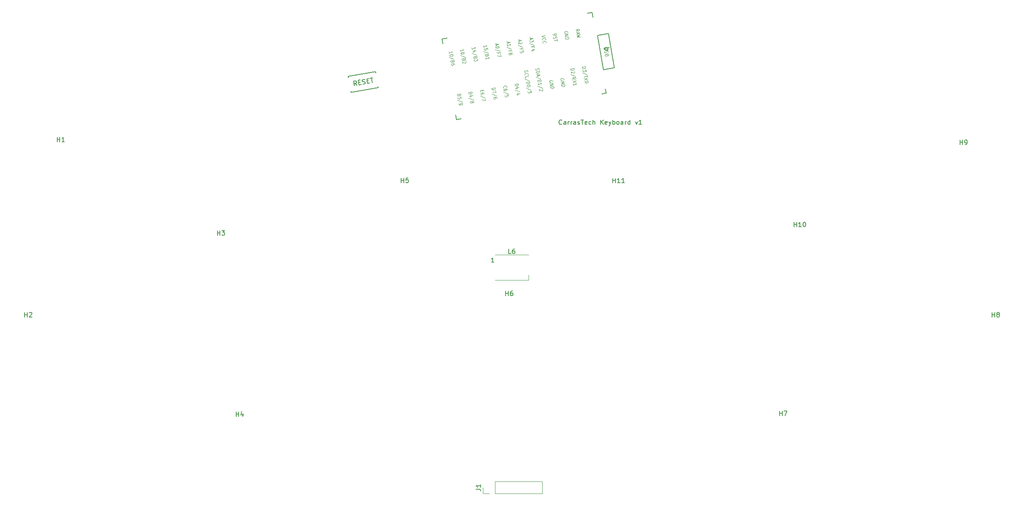
<source format=gto>
%TF.GenerationSoftware,KiCad,Pcbnew,(5.1.12)-1*%
%TF.CreationDate,2022-03-16T07:25:32-05:00*%
%TF.ProjectId,keyboard_CarrasTech,6b657962-6f61-4726-945f-436172726173,rev?*%
%TF.SameCoordinates,Original*%
%TF.FileFunction,Legend,Top*%
%TF.FilePolarity,Positive*%
%FSLAX46Y46*%
G04 Gerber Fmt 4.6, Leading zero omitted, Abs format (unit mm)*
G04 Created by KiCad (PCBNEW (5.1.12)-1) date 2022-03-16 07:25:32*
%MOMM*%
%LPD*%
G01*
G04 APERTURE LIST*
%ADD10C,0.150000*%
%ADD11C,0.120000*%
%ADD12C,0.125000*%
%ADD13O,1.700000X1.700000*%
%ADD14R,1.700000X1.700000*%
%ADD15C,0.900000*%
%ADD16C,3.000000*%
%ADD17C,3.987800*%
%ADD18C,1.750000*%
%ADD19C,5.000000*%
%ADD20C,3.048000*%
%ADD21R,1.500000X1.000000*%
%ADD22C,1.524000*%
%ADD23C,2.000000*%
G04 APERTURE END LIST*
D10*
X159790857Y-44045142D02*
X159743238Y-44092761D01*
X159600380Y-44140380D01*
X159505142Y-44140380D01*
X159362285Y-44092761D01*
X159267047Y-43997523D01*
X159219428Y-43902285D01*
X159171809Y-43711809D01*
X159171809Y-43568952D01*
X159219428Y-43378476D01*
X159267047Y-43283238D01*
X159362285Y-43188000D01*
X159505142Y-43140380D01*
X159600380Y-43140380D01*
X159743238Y-43188000D01*
X159790857Y-43235619D01*
X160648000Y-44140380D02*
X160648000Y-43616571D01*
X160600380Y-43521333D01*
X160505142Y-43473714D01*
X160314666Y-43473714D01*
X160219428Y-43521333D01*
X160648000Y-44092761D02*
X160552761Y-44140380D01*
X160314666Y-44140380D01*
X160219428Y-44092761D01*
X160171809Y-43997523D01*
X160171809Y-43902285D01*
X160219428Y-43807047D01*
X160314666Y-43759428D01*
X160552761Y-43759428D01*
X160648000Y-43711809D01*
X161124190Y-44140380D02*
X161124190Y-43473714D01*
X161124190Y-43664190D02*
X161171809Y-43568952D01*
X161219428Y-43521333D01*
X161314666Y-43473714D01*
X161409904Y-43473714D01*
X161743238Y-44140380D02*
X161743238Y-43473714D01*
X161743238Y-43664190D02*
X161790857Y-43568952D01*
X161838476Y-43521333D01*
X161933714Y-43473714D01*
X162028952Y-43473714D01*
X162790857Y-44140380D02*
X162790857Y-43616571D01*
X162743238Y-43521333D01*
X162648000Y-43473714D01*
X162457523Y-43473714D01*
X162362285Y-43521333D01*
X162790857Y-44092761D02*
X162695619Y-44140380D01*
X162457523Y-44140380D01*
X162362285Y-44092761D01*
X162314666Y-43997523D01*
X162314666Y-43902285D01*
X162362285Y-43807047D01*
X162457523Y-43759428D01*
X162695619Y-43759428D01*
X162790857Y-43711809D01*
X163219428Y-44092761D02*
X163314666Y-44140380D01*
X163505142Y-44140380D01*
X163600380Y-44092761D01*
X163648000Y-43997523D01*
X163648000Y-43949904D01*
X163600380Y-43854666D01*
X163505142Y-43807047D01*
X163362285Y-43807047D01*
X163267047Y-43759428D01*
X163219428Y-43664190D01*
X163219428Y-43616571D01*
X163267047Y-43521333D01*
X163362285Y-43473714D01*
X163505142Y-43473714D01*
X163600380Y-43521333D01*
X163933714Y-43140380D02*
X164505142Y-43140380D01*
X164219428Y-44140380D02*
X164219428Y-43140380D01*
X165219428Y-44092761D02*
X165124190Y-44140380D01*
X164933714Y-44140380D01*
X164838476Y-44092761D01*
X164790857Y-43997523D01*
X164790857Y-43616571D01*
X164838476Y-43521333D01*
X164933714Y-43473714D01*
X165124190Y-43473714D01*
X165219428Y-43521333D01*
X165267047Y-43616571D01*
X165267047Y-43711809D01*
X164790857Y-43807047D01*
X166124190Y-44092761D02*
X166028952Y-44140380D01*
X165838476Y-44140380D01*
X165743238Y-44092761D01*
X165695619Y-44045142D01*
X165648000Y-43949904D01*
X165648000Y-43664190D01*
X165695619Y-43568952D01*
X165743238Y-43521333D01*
X165838476Y-43473714D01*
X166028952Y-43473714D01*
X166124190Y-43521333D01*
X166552761Y-44140380D02*
X166552761Y-43140380D01*
X166981333Y-44140380D02*
X166981333Y-43616571D01*
X166933714Y-43521333D01*
X166838476Y-43473714D01*
X166695619Y-43473714D01*
X166600380Y-43521333D01*
X166552761Y-43568952D01*
X168219428Y-44140380D02*
X168219428Y-43140380D01*
X168790857Y-44140380D02*
X168362285Y-43568952D01*
X168790857Y-43140380D02*
X168219428Y-43711809D01*
X169600380Y-44092761D02*
X169505142Y-44140380D01*
X169314666Y-44140380D01*
X169219428Y-44092761D01*
X169171809Y-43997523D01*
X169171809Y-43616571D01*
X169219428Y-43521333D01*
X169314666Y-43473714D01*
X169505142Y-43473714D01*
X169600380Y-43521333D01*
X169648000Y-43616571D01*
X169648000Y-43711809D01*
X169171809Y-43807047D01*
X169981333Y-43473714D02*
X170219428Y-44140380D01*
X170457523Y-43473714D02*
X170219428Y-44140380D01*
X170124190Y-44378476D01*
X170076571Y-44426095D01*
X169981333Y-44473714D01*
X170838476Y-44140380D02*
X170838476Y-43140380D01*
X170838476Y-43521333D02*
X170933714Y-43473714D01*
X171124190Y-43473714D01*
X171219428Y-43521333D01*
X171267047Y-43568952D01*
X171314666Y-43664190D01*
X171314666Y-43949904D01*
X171267047Y-44045142D01*
X171219428Y-44092761D01*
X171124190Y-44140380D01*
X170933714Y-44140380D01*
X170838476Y-44092761D01*
X171886095Y-44140380D02*
X171790857Y-44092761D01*
X171743238Y-44045142D01*
X171695619Y-43949904D01*
X171695619Y-43664190D01*
X171743238Y-43568952D01*
X171790857Y-43521333D01*
X171886095Y-43473714D01*
X172028952Y-43473714D01*
X172124190Y-43521333D01*
X172171809Y-43568952D01*
X172219428Y-43664190D01*
X172219428Y-43949904D01*
X172171809Y-44045142D01*
X172124190Y-44092761D01*
X172028952Y-44140380D01*
X171886095Y-44140380D01*
X173076571Y-44140380D02*
X173076571Y-43616571D01*
X173028952Y-43521333D01*
X172933714Y-43473714D01*
X172743238Y-43473714D01*
X172648000Y-43521333D01*
X173076571Y-44092761D02*
X172981333Y-44140380D01*
X172743238Y-44140380D01*
X172648000Y-44092761D01*
X172600380Y-43997523D01*
X172600380Y-43902285D01*
X172648000Y-43807047D01*
X172743238Y-43759428D01*
X172981333Y-43759428D01*
X173076571Y-43711809D01*
X173552761Y-44140380D02*
X173552761Y-43473714D01*
X173552761Y-43664190D02*
X173600380Y-43568952D01*
X173648000Y-43521333D01*
X173743238Y-43473714D01*
X173838476Y-43473714D01*
X174600380Y-44140380D02*
X174600380Y-43140380D01*
X174600380Y-44092761D02*
X174505142Y-44140380D01*
X174314666Y-44140380D01*
X174219428Y-44092761D01*
X174171809Y-44045142D01*
X174124190Y-43949904D01*
X174124190Y-43664190D01*
X174171809Y-43568952D01*
X174219428Y-43521333D01*
X174314666Y-43473714D01*
X174505142Y-43473714D01*
X174600380Y-43521333D01*
X175743238Y-43473714D02*
X175981333Y-44140380D01*
X176219428Y-43473714D01*
X177124190Y-44140380D02*
X176552761Y-44140380D01*
X176838476Y-44140380D02*
X176838476Y-43140380D01*
X176743238Y-43283238D01*
X176648000Y-43378476D01*
X176552761Y-43426095D01*
D11*
X142688000Y-124393000D02*
X142688000Y-123063000D01*
X144018000Y-124393000D02*
X142688000Y-124393000D01*
X145288000Y-124393000D02*
X145288000Y-121733000D01*
X145288000Y-121733000D02*
X155508000Y-121733000D01*
X145288000Y-124393000D02*
X155508000Y-124393000D01*
X155508000Y-124393000D02*
X155508000Y-121733000D01*
X145257500Y-72497500D02*
X152557500Y-72497500D01*
X145257500Y-77997500D02*
X152557500Y-77997500D01*
X152557500Y-77997500D02*
X152557500Y-76847500D01*
D10*
X136879554Y-43076100D02*
X136704170Y-42081444D01*
X133788617Y-25546522D02*
X133962265Y-26531329D01*
X137864362Y-42902451D02*
X136879554Y-43076100D01*
X134822665Y-25364191D02*
X133788617Y-25546522D01*
X169427451Y-37337027D02*
X169262485Y-36401460D01*
X166336513Y-19807449D02*
X166510161Y-20792257D01*
X169427451Y-37337027D02*
X168442643Y-37510676D01*
X166336513Y-19807449D02*
X165351705Y-19981098D01*
X169889782Y-24410359D02*
X167526244Y-24827115D01*
X167534926Y-24876355D02*
X168828605Y-32213173D01*
X168828605Y-32213173D02*
X171192143Y-31796417D01*
X171192143Y-31796417D02*
X169889782Y-24410359D01*
X113998961Y-37169358D02*
X119907808Y-36127469D01*
X119907808Y-36127469D02*
X119864396Y-35881267D01*
X113998961Y-37169358D02*
X113955549Y-36923156D01*
X113391192Y-33722531D02*
X113434604Y-33968733D01*
X113391192Y-33722531D02*
X119300039Y-32680642D01*
X119300039Y-32680642D02*
X119343451Y-32926844D01*
X141140380Y-123396333D02*
X141854666Y-123396333D01*
X141997523Y-123443952D01*
X142092761Y-123539190D01*
X142140380Y-123682047D01*
X142140380Y-123777285D01*
X142140380Y-122396333D02*
X142140380Y-122967761D01*
X142140380Y-122682047D02*
X141140380Y-122682047D01*
X141283238Y-122777285D01*
X141378476Y-122872523D01*
X141426095Y-122967761D01*
X210216904Y-66365380D02*
X210216904Y-65365380D01*
X210216904Y-65841571D02*
X210788333Y-65841571D01*
X210788333Y-66365380D02*
X210788333Y-65365380D01*
X211788333Y-66365380D02*
X211216904Y-66365380D01*
X211502619Y-66365380D02*
X211502619Y-65365380D01*
X211407380Y-65508238D01*
X211312142Y-65603476D01*
X211216904Y-65651095D01*
X212407380Y-65365380D02*
X212502619Y-65365380D01*
X212597857Y-65413000D01*
X212645476Y-65460619D01*
X212693095Y-65555857D01*
X212740714Y-65746333D01*
X212740714Y-65984428D01*
X212693095Y-66174904D01*
X212645476Y-66270142D01*
X212597857Y-66317761D01*
X212502619Y-66365380D01*
X212407380Y-66365380D01*
X212312142Y-66317761D01*
X212264523Y-66270142D01*
X212216904Y-66174904D01*
X212169285Y-65984428D01*
X212169285Y-65746333D01*
X212216904Y-65555857D01*
X212264523Y-65460619D01*
X212312142Y-65413000D01*
X212407380Y-65365380D01*
X207073595Y-107449880D02*
X207073595Y-106449880D01*
X207073595Y-106926071D02*
X207645023Y-106926071D01*
X207645023Y-107449880D02*
X207645023Y-106449880D01*
X208025976Y-106449880D02*
X208692642Y-106449880D01*
X208264071Y-107449880D01*
X89027095Y-107576880D02*
X89027095Y-106576880D01*
X89027095Y-107053071D02*
X89598523Y-107053071D01*
X89598523Y-107576880D02*
X89598523Y-106576880D01*
X90503285Y-106910214D02*
X90503285Y-107576880D01*
X90265190Y-106529261D02*
X90027095Y-107243547D01*
X90646142Y-107243547D01*
X84963095Y-68206880D02*
X84963095Y-67206880D01*
X84963095Y-67683071D02*
X85534523Y-67683071D01*
X85534523Y-68206880D02*
X85534523Y-67206880D01*
X85915476Y-67206880D02*
X86534523Y-67206880D01*
X86201190Y-67587833D01*
X86344047Y-67587833D01*
X86439285Y-67635452D01*
X86486904Y-67683071D01*
X86534523Y-67778309D01*
X86534523Y-68016404D01*
X86486904Y-68111642D01*
X86439285Y-68159261D01*
X86344047Y-68206880D01*
X86058333Y-68206880D01*
X85963095Y-68159261D01*
X85915476Y-68111642D01*
X124904595Y-56776880D02*
X124904595Y-55776880D01*
X124904595Y-56253071D02*
X125476023Y-56253071D01*
X125476023Y-56776880D02*
X125476023Y-55776880D01*
X126428404Y-55776880D02*
X125952214Y-55776880D01*
X125904595Y-56253071D01*
X125952214Y-56205452D01*
X126047452Y-56157833D01*
X126285547Y-56157833D01*
X126380785Y-56205452D01*
X126428404Y-56253071D01*
X126476023Y-56348309D01*
X126476023Y-56586404D01*
X126428404Y-56681642D01*
X126380785Y-56729261D01*
X126285547Y-56776880D01*
X126047452Y-56776880D01*
X125952214Y-56729261D01*
X125904595Y-56681642D01*
X170846904Y-56840380D02*
X170846904Y-55840380D01*
X170846904Y-56316571D02*
X171418333Y-56316571D01*
X171418333Y-56840380D02*
X171418333Y-55840380D01*
X172418333Y-56840380D02*
X171846904Y-56840380D01*
X172132619Y-56840380D02*
X172132619Y-55840380D01*
X172037380Y-55983238D01*
X171942142Y-56078476D01*
X171846904Y-56126095D01*
X173370714Y-56840380D02*
X172799285Y-56840380D01*
X173085000Y-56840380D02*
X173085000Y-55840380D01*
X172989761Y-55983238D01*
X172894523Y-56078476D01*
X172799285Y-56126095D01*
X253238095Y-85986880D02*
X253238095Y-84986880D01*
X253238095Y-85463071D02*
X253809523Y-85463071D01*
X253809523Y-85986880D02*
X253809523Y-84986880D01*
X254428571Y-85415452D02*
X254333333Y-85367833D01*
X254285714Y-85320214D01*
X254238095Y-85224976D01*
X254238095Y-85177357D01*
X254285714Y-85082119D01*
X254333333Y-85034500D01*
X254428571Y-84986880D01*
X254619047Y-84986880D01*
X254714285Y-85034500D01*
X254761904Y-85082119D01*
X254809523Y-85177357D01*
X254809523Y-85224976D01*
X254761904Y-85320214D01*
X254714285Y-85367833D01*
X254619047Y-85415452D01*
X254428571Y-85415452D01*
X254333333Y-85463071D01*
X254285714Y-85510690D01*
X254238095Y-85605928D01*
X254238095Y-85796404D01*
X254285714Y-85891642D01*
X254333333Y-85939261D01*
X254428571Y-85986880D01*
X254619047Y-85986880D01*
X254714285Y-85939261D01*
X254761904Y-85891642D01*
X254809523Y-85796404D01*
X254809523Y-85605928D01*
X254761904Y-85510690D01*
X254714285Y-85463071D01*
X254619047Y-85415452D01*
X246253095Y-48521880D02*
X246253095Y-47521880D01*
X246253095Y-47998071D02*
X246824523Y-47998071D01*
X246824523Y-48521880D02*
X246824523Y-47521880D01*
X247348333Y-48521880D02*
X247538809Y-48521880D01*
X247634047Y-48474261D01*
X247681666Y-48426642D01*
X247776904Y-48283785D01*
X247824523Y-48093309D01*
X247824523Y-47712357D01*
X247776904Y-47617119D01*
X247729285Y-47569500D01*
X247634047Y-47521880D01*
X247443571Y-47521880D01*
X247348333Y-47569500D01*
X247300714Y-47617119D01*
X247253095Y-47712357D01*
X247253095Y-47950452D01*
X247300714Y-48045690D01*
X247348333Y-48093309D01*
X247443571Y-48140928D01*
X247634047Y-48140928D01*
X247729285Y-48093309D01*
X247776904Y-48045690D01*
X247824523Y-47950452D01*
X43116595Y-85986880D02*
X43116595Y-84986880D01*
X43116595Y-85463071D02*
X43688023Y-85463071D01*
X43688023Y-85986880D02*
X43688023Y-84986880D01*
X44116595Y-85082119D02*
X44164214Y-85034500D01*
X44259452Y-84986880D01*
X44497547Y-84986880D01*
X44592785Y-85034500D01*
X44640404Y-85082119D01*
X44688023Y-85177357D01*
X44688023Y-85272595D01*
X44640404Y-85415452D01*
X44068976Y-85986880D01*
X44688023Y-85986880D01*
X50165095Y-47886880D02*
X50165095Y-46886880D01*
X50165095Y-47363071D02*
X50736523Y-47363071D01*
X50736523Y-47886880D02*
X50736523Y-46886880D01*
X51736523Y-47886880D02*
X51165095Y-47886880D01*
X51450809Y-47886880D02*
X51450809Y-46886880D01*
X51355571Y-47029738D01*
X51260333Y-47124976D01*
X51165095Y-47172595D01*
X147574095Y-81351380D02*
X147574095Y-80351380D01*
X147574095Y-80827571D02*
X148145523Y-80827571D01*
X148145523Y-81351380D02*
X148145523Y-80351380D01*
X149050285Y-80351380D02*
X148859809Y-80351380D01*
X148764571Y-80399000D01*
X148716952Y-80446619D01*
X148621714Y-80589476D01*
X148574095Y-80779952D01*
X148574095Y-81160904D01*
X148621714Y-81256142D01*
X148669333Y-81303761D01*
X148764571Y-81351380D01*
X148955047Y-81351380D01*
X149050285Y-81303761D01*
X149097904Y-81256142D01*
X149145523Y-81160904D01*
X149145523Y-80922809D01*
X149097904Y-80827571D01*
X149050285Y-80779952D01*
X148955047Y-80732333D01*
X148764571Y-80732333D01*
X148669333Y-80779952D01*
X148621714Y-80827571D01*
X148574095Y-80922809D01*
X148740833Y-72199880D02*
X148264642Y-72199880D01*
X148264642Y-71199880D01*
X149502738Y-71199880D02*
X149312261Y-71199880D01*
X149217023Y-71247500D01*
X149169404Y-71295119D01*
X149074166Y-71437976D01*
X149026547Y-71628452D01*
X149026547Y-72009404D01*
X149074166Y-72104642D01*
X149121785Y-72152261D01*
X149217023Y-72199880D01*
X149407500Y-72199880D01*
X149502738Y-72152261D01*
X149550357Y-72104642D01*
X149597976Y-72009404D01*
X149597976Y-71771309D01*
X149550357Y-71676071D01*
X149502738Y-71628452D01*
X149407500Y-71580833D01*
X149217023Y-71580833D01*
X149121785Y-71628452D01*
X149074166Y-71676071D01*
X149026547Y-71771309D01*
X145043214Y-74099880D02*
X144471785Y-74099880D01*
X144757500Y-74099880D02*
X144757500Y-73099880D01*
X144662261Y-73242738D01*
X144567023Y-73337976D01*
X144471785Y-73385595D01*
X169077279Y-27590475D02*
X170062087Y-27416827D01*
X169686922Y-27482979D02*
X169750355Y-27568501D01*
X169783431Y-27756084D01*
X169753073Y-27858144D01*
X169714447Y-27913308D01*
X169628925Y-27976742D01*
X169347551Y-28026356D01*
X169245491Y-27995998D01*
X169190326Y-27957371D01*
X169126893Y-27871849D01*
X169093817Y-27684267D01*
X169124175Y-27582206D01*
D12*
X162857875Y-23916312D02*
X163170811Y-23634354D01*
X162791393Y-23539271D02*
X163529999Y-23409035D01*
X163574320Y-23660396D01*
X163550229Y-23729437D01*
X163520598Y-23767059D01*
X163455794Y-23810883D01*
X163350279Y-23829488D01*
X163274396Y-23810471D01*
X163233684Y-23785253D01*
X163187432Y-23728615D01*
X163143110Y-23477254D01*
X163113227Y-24130462D02*
X163168629Y-24444663D01*
X162891117Y-24104832D02*
X163668504Y-24194537D01*
X162968679Y-24544713D01*
X163734986Y-24571577D02*
X163024081Y-24858914D01*
X163573818Y-24891568D01*
X163068403Y-25110274D01*
X163834710Y-25137138D01*
X161041739Y-24187951D02*
X161065830Y-24118909D01*
X161049210Y-24024649D01*
X160997418Y-23936590D01*
X160915994Y-23886153D01*
X160840110Y-23867137D01*
X160693883Y-23860524D01*
X160588368Y-23879129D01*
X160453221Y-23935356D01*
X160388418Y-23979179D01*
X160329155Y-24054423D01*
X160310604Y-24154885D01*
X160321684Y-24217725D01*
X160373477Y-24305783D01*
X160414189Y-24331002D01*
X160660391Y-24287590D01*
X160638230Y-24161909D01*
X160393707Y-24626186D02*
X161132313Y-24495949D01*
X160460190Y-25003226D01*
X161198795Y-24872990D01*
X160515592Y-25317427D02*
X161254197Y-25187191D01*
X161281898Y-25344291D01*
X161263347Y-25444753D01*
X161204084Y-25519996D01*
X161139281Y-25563820D01*
X161004134Y-25620047D01*
X160898619Y-25638652D01*
X160752392Y-25632039D01*
X160676509Y-25613022D01*
X160595085Y-25562585D01*
X160543293Y-25474527D01*
X160515592Y-25317427D01*
X157851976Y-24896177D02*
X158164912Y-24614220D01*
X157785494Y-24519137D02*
X158524099Y-24388900D01*
X158568421Y-24640261D01*
X158544330Y-24709303D01*
X158514698Y-24746924D01*
X158449895Y-24790748D01*
X158344380Y-24809353D01*
X158268496Y-24790336D01*
X158227784Y-24765118D01*
X158181532Y-24708480D01*
X158137211Y-24457119D01*
X157931469Y-25141336D02*
X157912918Y-25241798D01*
X157940619Y-25398898D01*
X157986871Y-25455536D01*
X158027583Y-25480755D01*
X158103467Y-25499771D01*
X158173810Y-25487368D01*
X158238613Y-25443545D01*
X158268245Y-25405923D01*
X158292336Y-25336881D01*
X158305347Y-25204999D01*
X158329438Y-25135957D01*
X158359070Y-25098335D01*
X158423873Y-25054512D01*
X158494217Y-25042108D01*
X158570100Y-25061125D01*
X158610812Y-25086343D01*
X158657064Y-25142982D01*
X158684765Y-25300082D01*
X158666214Y-25400544D01*
X158734627Y-25582863D02*
X158801110Y-25959903D01*
X158029262Y-25901619D02*
X158767868Y-25771383D01*
X156086389Y-24672948D02*
X155386565Y-25023125D01*
X156163952Y-25112829D01*
X155600954Y-25827643D02*
X155560242Y-25802424D01*
X155508450Y-25714366D01*
X155497369Y-25651526D01*
X155515920Y-25551064D01*
X155575183Y-25475820D01*
X155639986Y-25431997D01*
X155775133Y-25375770D01*
X155880648Y-25357165D01*
X156026875Y-25363778D01*
X156102759Y-25382795D01*
X156184183Y-25433231D01*
X156235975Y-25521290D01*
X156247055Y-25584130D01*
X156228504Y-25684592D01*
X156198873Y-25722213D01*
X155717298Y-26487464D02*
X155676586Y-26462246D01*
X155624794Y-26374187D01*
X155613713Y-26311347D01*
X155632264Y-26210885D01*
X155691527Y-26135642D01*
X155756331Y-26091818D01*
X155891477Y-26035591D01*
X155996992Y-26016986D01*
X156143219Y-26023599D01*
X156219103Y-26042616D01*
X156300527Y-26093052D01*
X156352319Y-26181111D01*
X156363400Y-26243951D01*
X156344849Y-26344413D01*
X156315217Y-26382035D01*
X152909838Y-25291568D02*
X152965240Y-25605769D01*
X152687728Y-25265938D02*
X153465115Y-25355642D01*
X152765291Y-25705819D01*
X153531597Y-25732683D02*
X153603620Y-26141144D01*
X153283465Y-25970817D01*
X153300086Y-26065077D01*
X153275994Y-26134119D01*
X153246363Y-26171741D01*
X153181560Y-26215565D01*
X153005701Y-26246573D01*
X152929817Y-26227556D01*
X152889106Y-26202338D01*
X152842853Y-26145700D01*
X152809612Y-25957179D01*
X152833704Y-25888138D01*
X152863335Y-25850516D01*
X153771757Y-26889024D02*
X152722397Y-26490909D01*
X153462431Y-27397123D02*
X153423649Y-27177183D01*
X153036761Y-27245402D02*
X153775366Y-27115166D01*
X153830768Y-27429366D01*
X153678750Y-28006919D02*
X153186346Y-28093743D01*
X153932423Y-27800205D02*
X153377146Y-27736131D01*
X153449169Y-28144591D01*
X150447819Y-25725689D02*
X150503221Y-26039890D01*
X150225709Y-25700059D02*
X151003096Y-25789763D01*
X150303272Y-26139940D01*
X151004775Y-26210628D02*
X151045487Y-26235846D01*
X151091739Y-26292484D01*
X151119440Y-26449585D01*
X151095349Y-26518626D01*
X151065717Y-26556248D01*
X151000914Y-26600072D01*
X150930571Y-26612475D01*
X150819516Y-26599660D01*
X150330973Y-26297040D01*
X150402995Y-26705501D01*
X151309738Y-27323145D02*
X150260378Y-26925030D01*
X151000412Y-27831244D02*
X150961630Y-27611304D01*
X150574742Y-27679523D02*
X151313347Y-27549287D01*
X151368749Y-27863487D01*
X151468473Y-28429048D02*
X151413071Y-28114848D01*
X151055814Y-28145445D01*
X151096526Y-28170663D01*
X151142778Y-28227302D01*
X151170479Y-28384402D01*
X151146388Y-28453444D01*
X151116756Y-28491065D01*
X151051953Y-28534889D01*
X150876094Y-28565898D01*
X150800211Y-28546881D01*
X150759499Y-28521663D01*
X150713247Y-28465024D01*
X150685546Y-28307924D01*
X150709637Y-28238882D01*
X150739268Y-28201260D01*
X147985799Y-26159809D02*
X148041201Y-26474010D01*
X147763689Y-26134179D02*
X148541076Y-26223883D01*
X147841252Y-26574060D01*
X147940975Y-27139621D02*
X147874493Y-26762580D01*
X147907734Y-26951101D02*
X148646340Y-26820865D01*
X148529744Y-26776630D01*
X148448320Y-26726193D01*
X148402068Y-26669555D01*
X148847718Y-27757265D02*
X147798358Y-27359150D01*
X148538392Y-28265364D02*
X148499610Y-28045424D01*
X148112722Y-28113643D02*
X148851327Y-27983407D01*
X148906729Y-28297607D01*
X149000913Y-28831748D02*
X148978752Y-28706068D01*
X148932500Y-28649430D01*
X148891788Y-28624211D01*
X148775193Y-28579976D01*
X148628965Y-28573363D01*
X148347592Y-28622977D01*
X148282789Y-28666800D01*
X148253157Y-28704422D01*
X148229066Y-28773464D01*
X148251227Y-28899144D01*
X148297479Y-28955783D01*
X148338191Y-28981001D01*
X148414074Y-29000018D01*
X148589933Y-28969009D01*
X148654736Y-28925185D01*
X148684368Y-28887564D01*
X148708459Y-28818522D01*
X148686298Y-28692842D01*
X148640046Y-28636203D01*
X148599334Y-28610985D01*
X148523450Y-28591968D01*
X145474540Y-26602612D02*
X145529942Y-26916813D01*
X145252430Y-26576982D02*
X146029817Y-26666686D01*
X145329993Y-27016863D01*
X146129541Y-27232247D02*
X146140621Y-27295088D01*
X146116530Y-27364129D01*
X146086898Y-27401751D01*
X146022095Y-27445575D01*
X145886948Y-27501802D01*
X145711090Y-27532810D01*
X145564863Y-27526197D01*
X145488979Y-27507180D01*
X145448267Y-27481962D01*
X145402015Y-27425324D01*
X145390935Y-27362484D01*
X145415026Y-27293442D01*
X145444658Y-27255820D01*
X145509461Y-27211996D01*
X145644607Y-27155770D01*
X145820466Y-27124761D01*
X145966693Y-27131374D01*
X146042577Y-27150391D01*
X146083289Y-27175609D01*
X146129541Y-27232247D01*
X146336459Y-28200068D02*
X145287099Y-27801953D01*
X146027133Y-28708167D02*
X145988351Y-28488227D01*
X145601463Y-28556446D02*
X146340068Y-28426210D01*
X146395470Y-28740410D01*
X146428712Y-28928931D02*
X146506274Y-29368811D01*
X145717807Y-29216267D01*
X142804882Y-27381116D02*
X142738400Y-27004075D01*
X142771641Y-27192595D02*
X143510247Y-27062359D01*
X143393651Y-27018124D01*
X143312227Y-26967688D01*
X143265975Y-26911049D01*
X143648752Y-27847861D02*
X143593350Y-27533660D01*
X143236092Y-27564257D01*
X143276804Y-27589476D01*
X143323056Y-27646114D01*
X143350757Y-27803214D01*
X143326666Y-27872256D01*
X143297035Y-27909878D01*
X143232231Y-27953701D01*
X143056373Y-27984710D01*
X142980489Y-27965693D01*
X142939777Y-27940475D01*
X142893525Y-27883837D01*
X142865824Y-27726736D01*
X142889916Y-27657695D01*
X142919547Y-27620073D01*
X143822429Y-28627160D02*
X142773069Y-28229046D01*
X143513103Y-29135260D02*
X143494552Y-29235722D01*
X143464920Y-29273344D01*
X143400117Y-29317167D01*
X143294602Y-29335773D01*
X143218718Y-29316756D01*
X143178006Y-29291538D01*
X143131754Y-29234899D01*
X143087432Y-28983539D01*
X143826038Y-28853303D01*
X143864820Y-29073243D01*
X143840728Y-29142285D01*
X143811097Y-29179907D01*
X143746294Y-29223730D01*
X143675950Y-29236134D01*
X143600067Y-29217117D01*
X143559355Y-29191899D01*
X143513103Y-29135260D01*
X143474321Y-28915320D01*
X143264719Y-29988981D02*
X143198237Y-29611940D01*
X143231478Y-29800460D02*
X143970084Y-29670224D01*
X143853488Y-29625989D01*
X143772064Y-29575552D01*
X143725812Y-29518914D01*
X140293622Y-27823919D02*
X140227140Y-27446878D01*
X140260381Y-27635398D02*
X140998987Y-27505162D01*
X140882391Y-27460927D01*
X140800967Y-27410491D01*
X140754715Y-27353852D01*
X140885750Y-28302656D02*
X140393346Y-28389480D01*
X141139422Y-28095942D02*
X140584146Y-28031867D01*
X140656168Y-28440328D01*
X141311169Y-29069963D02*
X140261809Y-28671849D01*
X141001843Y-29578063D02*
X140983292Y-29678525D01*
X140953660Y-29716147D01*
X140888857Y-29759970D01*
X140783342Y-29778576D01*
X140707458Y-29759559D01*
X140666746Y-29734341D01*
X140620494Y-29677702D01*
X140576172Y-29426342D01*
X141314778Y-29296106D01*
X141353560Y-29516046D01*
X141329468Y-29585088D01*
X141299837Y-29622710D01*
X141235034Y-29666533D01*
X141164690Y-29678937D01*
X141088807Y-29659920D01*
X141048095Y-29634702D01*
X141001843Y-29578063D01*
X140963061Y-29358123D01*
X141420042Y-29893087D02*
X141492065Y-30301547D01*
X141171910Y-30131221D01*
X141188530Y-30225481D01*
X141164439Y-30294523D01*
X141134808Y-30332145D01*
X141070004Y-30375968D01*
X140894146Y-30406977D01*
X140818262Y-30387960D01*
X140777550Y-30362742D01*
X140731298Y-30306103D01*
X140698057Y-30117583D01*
X140722148Y-30048541D01*
X140751780Y-30010919D01*
X135320343Y-28700842D02*
X135253861Y-28323801D01*
X135287102Y-28512321D02*
X136025708Y-28382085D01*
X135909112Y-28337850D01*
X135827688Y-28287414D01*
X135781436Y-28230775D01*
X136130972Y-28979066D02*
X136142052Y-29041907D01*
X136117961Y-29110948D01*
X136088329Y-29148570D01*
X136023526Y-29192394D01*
X135888379Y-29248621D01*
X135712521Y-29279629D01*
X135566294Y-29273016D01*
X135490410Y-29253999D01*
X135449698Y-29228781D01*
X135403446Y-29172143D01*
X135392366Y-29109303D01*
X135416457Y-29040261D01*
X135446089Y-29002639D01*
X135510892Y-28958815D01*
X135646038Y-28902589D01*
X135821897Y-28871580D01*
X135968124Y-28878193D01*
X136044008Y-28897210D01*
X136084719Y-28922428D01*
X136130972Y-28979066D01*
X136337890Y-29946886D02*
X135288530Y-29548772D01*
X136028564Y-30454986D02*
X136010013Y-30555448D01*
X135980381Y-30593070D01*
X135915578Y-30636893D01*
X135810063Y-30655499D01*
X135734179Y-30636482D01*
X135693467Y-30611264D01*
X135647215Y-30554625D01*
X135602893Y-30303265D01*
X136341499Y-30173029D01*
X136380281Y-30392969D01*
X136356189Y-30462011D01*
X136326558Y-30499633D01*
X136261755Y-30543456D01*
X136191411Y-30555860D01*
X136115528Y-30536843D01*
X136074816Y-30511625D01*
X136028564Y-30454986D01*
X135989782Y-30235046D01*
X136507705Y-31115630D02*
X136485545Y-30989950D01*
X136439292Y-30933312D01*
X136398581Y-30908093D01*
X136281985Y-30863858D01*
X136135758Y-30857245D01*
X135854384Y-30906859D01*
X135789581Y-30950682D01*
X135759950Y-30988304D01*
X135735858Y-31057346D01*
X135758019Y-31183026D01*
X135804271Y-31239665D01*
X135844983Y-31264883D01*
X135920867Y-31283900D01*
X136096725Y-31252891D01*
X136161529Y-31209068D01*
X136191160Y-31171446D01*
X136215251Y-31102404D01*
X136193091Y-30976724D01*
X136146838Y-30920085D01*
X136106126Y-30894867D01*
X136030243Y-30875850D01*
X137782362Y-28266721D02*
X137715880Y-27889680D01*
X137749121Y-28078200D02*
X138487727Y-27947964D01*
X138371131Y-27903729D01*
X138289707Y-27853293D01*
X138243455Y-27796654D01*
X138620692Y-28702046D02*
X138598531Y-28576365D01*
X138552279Y-28519727D01*
X138511567Y-28494509D01*
X138394971Y-28450274D01*
X138248744Y-28443661D01*
X137967371Y-28493274D01*
X137902567Y-28537098D01*
X137872936Y-28574720D01*
X137848845Y-28643762D01*
X137871005Y-28769442D01*
X137917257Y-28826080D01*
X137957969Y-28851298D01*
X138033853Y-28870315D01*
X138209711Y-28839306D01*
X138274515Y-28795483D01*
X138304146Y-28757861D01*
X138328237Y-28688819D01*
X138306077Y-28563139D01*
X138259825Y-28506501D01*
X138219113Y-28481282D01*
X138143229Y-28462266D01*
X138799909Y-29512765D02*
X137750549Y-29114651D01*
X138490583Y-30020865D02*
X138472032Y-30121327D01*
X138442400Y-30158949D01*
X138377597Y-30202772D01*
X138272082Y-30221378D01*
X138196198Y-30202361D01*
X138155486Y-30177143D01*
X138109234Y-30120504D01*
X138064912Y-29869144D01*
X138803518Y-29738908D01*
X138842300Y-29958848D01*
X138818208Y-30027890D01*
X138788577Y-30065512D01*
X138723774Y-30109335D01*
X138653430Y-30121739D01*
X138577547Y-30102722D01*
X138536835Y-30077504D01*
X138490583Y-30020865D01*
X138451801Y-29800925D01*
X138843979Y-30379712D02*
X138884691Y-30404931D01*
X138930943Y-30461569D01*
X138958644Y-30618669D01*
X138934553Y-30687711D01*
X138904921Y-30725333D01*
X138840118Y-30769156D01*
X138769775Y-30781560D01*
X138658719Y-30768745D01*
X138170176Y-30466125D01*
X138242199Y-30874586D01*
X142408431Y-36691403D02*
X142447212Y-36911343D01*
X142076944Y-37073822D02*
X142021542Y-36759622D01*
X142760148Y-36629386D01*
X142815550Y-36943586D01*
X142915274Y-37509147D02*
X142893113Y-37383467D01*
X142846861Y-37326829D01*
X142806149Y-37301610D01*
X142689553Y-37257375D01*
X142543326Y-37250762D01*
X142261953Y-37300376D01*
X142197149Y-37344199D01*
X142167518Y-37381821D01*
X142143427Y-37450863D01*
X142165587Y-37576543D01*
X142211839Y-37633182D01*
X142252551Y-37658400D01*
X142328435Y-37677417D01*
X142504294Y-37646408D01*
X142569097Y-37602585D01*
X142598728Y-37564963D01*
X142622820Y-37495921D01*
X142600659Y-37370241D01*
X142554407Y-37313602D01*
X142513695Y-37288384D01*
X142437811Y-37269367D01*
X143094491Y-38319867D02*
X142045131Y-37921752D01*
X143087020Y-38483169D02*
X143164583Y-38923050D01*
X142376115Y-38770505D01*
X144527261Y-36285399D02*
X145265867Y-36155163D01*
X145293568Y-36312263D01*
X145275017Y-36412725D01*
X145215754Y-36487968D01*
X145150950Y-36531792D01*
X145015804Y-36588019D01*
X144910289Y-36606624D01*
X144764062Y-36600011D01*
X144688178Y-36580994D01*
X144606754Y-36530558D01*
X144554962Y-36442499D01*
X144527261Y-36285399D01*
X145371131Y-36752144D02*
X145448693Y-37192025D01*
X144660226Y-37039480D01*
X145611290Y-37908484D02*
X144561930Y-37510370D01*
X145664761Y-38417407D02*
X145642601Y-38291727D01*
X145596348Y-38235088D01*
X145555637Y-38209870D01*
X145439041Y-38165635D01*
X145292814Y-38159022D01*
X145011440Y-38208635D01*
X144946637Y-38252459D01*
X144917006Y-38290081D01*
X144892914Y-38359123D01*
X144915075Y-38484803D01*
X144961327Y-38541441D01*
X145002039Y-38566659D01*
X145077923Y-38585676D01*
X145253781Y-38554667D01*
X145318584Y-38510844D01*
X145348216Y-38473222D01*
X145372307Y-38404180D01*
X145350146Y-38278500D01*
X145303894Y-38221862D01*
X145263182Y-38196643D01*
X145187299Y-38177627D01*
X160209038Y-34438273D02*
X160233129Y-34369231D01*
X160216509Y-34274971D01*
X160164717Y-34186912D01*
X160083293Y-34136475D01*
X160007409Y-34117459D01*
X159861182Y-34110846D01*
X159755667Y-34129451D01*
X159620520Y-34185678D01*
X159555717Y-34229501D01*
X159496454Y-34304745D01*
X159477903Y-34405207D01*
X159488983Y-34468047D01*
X159540776Y-34556105D01*
X159581488Y-34581324D01*
X159827690Y-34537912D01*
X159805529Y-34412231D01*
X159561006Y-34876508D02*
X160299612Y-34746271D01*
X159627489Y-35253548D01*
X160366094Y-35123312D01*
X159682891Y-35567749D02*
X160421496Y-35437513D01*
X160449197Y-35594613D01*
X160430646Y-35695075D01*
X160371383Y-35770318D01*
X160306580Y-35814142D01*
X160171433Y-35870369D01*
X160065918Y-35888974D01*
X159919691Y-35882361D01*
X159843808Y-35863344D01*
X159762384Y-35812907D01*
X159710592Y-35724849D01*
X159682891Y-35567749D01*
X157796259Y-34863711D02*
X157820350Y-34794669D01*
X157803730Y-34700409D01*
X157751938Y-34612350D01*
X157670514Y-34561913D01*
X157594630Y-34542897D01*
X157448403Y-34536284D01*
X157342888Y-34554889D01*
X157207741Y-34611116D01*
X157142938Y-34654939D01*
X157083675Y-34730183D01*
X157065124Y-34830645D01*
X157076204Y-34893485D01*
X157127997Y-34981543D01*
X157168709Y-35006762D01*
X157414911Y-34963350D01*
X157392750Y-34837669D01*
X157148227Y-35301946D02*
X157886833Y-35171709D01*
X157214710Y-35678986D01*
X157953315Y-35548750D01*
X157270112Y-35993187D02*
X158008717Y-35862951D01*
X158036418Y-36020051D01*
X158017867Y-36120513D01*
X157958604Y-36195756D01*
X157893801Y-36239580D01*
X157758654Y-36295807D01*
X157653139Y-36314412D01*
X157506912Y-36307799D01*
X157431029Y-36288782D01*
X157349605Y-36238345D01*
X157297813Y-36150287D01*
X157270112Y-35993187D01*
X164175907Y-31679183D02*
X164914513Y-31548947D01*
X164942214Y-31706047D01*
X164923663Y-31806509D01*
X164864400Y-31881752D01*
X164799597Y-31925576D01*
X164664450Y-31981803D01*
X164558935Y-32000408D01*
X164412708Y-31993795D01*
X164336824Y-31974778D01*
X164255401Y-31924341D01*
X164203608Y-31836283D01*
X164175907Y-31679183D01*
X165019777Y-32145928D02*
X165091800Y-32554388D01*
X164771644Y-32384062D01*
X164788265Y-32478322D01*
X164764174Y-32547364D01*
X164734542Y-32584986D01*
X164669739Y-32628809D01*
X164493881Y-32659818D01*
X164417997Y-32640801D01*
X164377285Y-32615583D01*
X164331033Y-32558944D01*
X164297792Y-32370424D01*
X164321883Y-32301382D01*
X164351514Y-32263760D01*
X165259936Y-33302268D02*
X164210576Y-32904154D01*
X165246925Y-33434150D02*
X165313408Y-33811191D01*
X164541561Y-33752907D02*
X165280166Y-33622670D01*
X165341109Y-33968291D02*
X164680066Y-34538408D01*
X165418672Y-34408172D02*
X164602503Y-34098527D01*
X165485154Y-34785212D02*
X165496234Y-34848053D01*
X165472143Y-34917094D01*
X165442512Y-34954716D01*
X165377708Y-34998540D01*
X165242562Y-35054767D01*
X165066703Y-35085775D01*
X164920476Y-35079162D01*
X164844593Y-35060145D01*
X164803881Y-35034927D01*
X164757629Y-34978289D01*
X164746548Y-34915449D01*
X164770639Y-34846407D01*
X164800271Y-34808785D01*
X164865074Y-34764961D01*
X165000221Y-34708735D01*
X165176079Y-34677726D01*
X165322306Y-34684339D01*
X165398190Y-34703356D01*
X165438902Y-34728574D01*
X165485154Y-34785212D01*
X149549781Y-35399793D02*
X150288387Y-35269557D01*
X150316088Y-35426657D01*
X150297537Y-35527119D01*
X150238274Y-35602362D01*
X150173470Y-35646186D01*
X150038324Y-35702413D01*
X149932809Y-35721018D01*
X149786582Y-35714405D01*
X149710698Y-35695388D01*
X149629274Y-35644952D01*
X149577482Y-35556893D01*
X149549781Y-35399793D01*
X150208391Y-36255570D02*
X149715987Y-36342394D01*
X150462063Y-36048856D02*
X149906787Y-35984782D01*
X149978810Y-36393243D01*
X150633810Y-37022878D02*
X149584450Y-36624764D01*
X150441079Y-37575213D02*
X149948676Y-37662037D01*
X150694752Y-37368499D02*
X150139475Y-37304424D01*
X150211498Y-37712885D01*
X154062013Y-31990409D02*
X154043462Y-32090871D01*
X154071163Y-32247971D01*
X154117415Y-32304609D01*
X154158127Y-32329828D01*
X154234011Y-32348844D01*
X154304354Y-32336441D01*
X154369157Y-32292617D01*
X154398789Y-32254995D01*
X154422880Y-32185954D01*
X154435891Y-32054072D01*
X154459982Y-31985030D01*
X154489614Y-31947408D01*
X154554417Y-31903585D01*
X154624760Y-31891181D01*
X154700644Y-31910198D01*
X154741356Y-31935416D01*
X154787608Y-31992055D01*
X154815309Y-32149155D01*
X154796758Y-32249617D01*
X154143186Y-32656432D02*
X154881791Y-32526195D01*
X154909493Y-32683296D01*
X154890941Y-32783758D01*
X154831678Y-32859001D01*
X154766875Y-32902825D01*
X154631729Y-32959052D01*
X154526213Y-32977657D01*
X154379986Y-32971044D01*
X154304103Y-32952027D01*
X154222679Y-32901590D01*
X154170887Y-32813532D01*
X154143186Y-32656432D01*
X154465020Y-33247622D02*
X154520422Y-33561823D01*
X154242909Y-33221993D02*
X155020297Y-33311697D01*
X154320472Y-33661873D01*
X155216134Y-34216677D02*
X154166774Y-33818562D01*
X154481138Y-34573055D02*
X155219744Y-34442819D01*
X155247445Y-34599919D01*
X155228894Y-34700381D01*
X155169631Y-34775625D01*
X155104828Y-34819448D01*
X154969681Y-34875675D01*
X154864166Y-34894280D01*
X154717939Y-34887667D01*
X154642055Y-34868650D01*
X154560631Y-34818214D01*
X154508839Y-34730155D01*
X154481138Y-34573055D01*
X154658425Y-35578497D02*
X154591942Y-35201456D01*
X154625183Y-35389977D02*
X155363789Y-35259740D01*
X155247194Y-35215505D01*
X155165770Y-35165069D01*
X155119518Y-35108430D01*
X155565167Y-36196140D02*
X154515807Y-35798026D01*
X155492893Y-36403266D02*
X155533605Y-36428484D01*
X155579857Y-36485123D01*
X155607558Y-36642223D01*
X155583467Y-36711265D01*
X155553835Y-36748887D01*
X155489032Y-36792710D01*
X155418689Y-36805113D01*
X155307633Y-36792299D01*
X154819091Y-36489679D01*
X154891113Y-36898139D01*
X151602763Y-32440239D02*
X151584212Y-32540701D01*
X151611913Y-32697801D01*
X151658165Y-32754439D01*
X151698877Y-32779658D01*
X151774761Y-32798674D01*
X151845104Y-32786271D01*
X151909907Y-32742447D01*
X151939539Y-32704826D01*
X151963630Y-32635784D01*
X151976641Y-32503902D01*
X152000732Y-32434860D01*
X152030364Y-32397238D01*
X152095167Y-32353415D01*
X152165510Y-32341011D01*
X152241394Y-32360028D01*
X152282106Y-32385246D01*
X152328358Y-32441885D01*
X152356059Y-32598985D01*
X152337508Y-32699447D01*
X151820762Y-33470899D02*
X151780050Y-33445681D01*
X151728257Y-33357622D01*
X151717177Y-33294782D01*
X151735728Y-33194320D01*
X151794991Y-33119077D01*
X151859794Y-33075253D01*
X151994941Y-33019026D01*
X152100456Y-33000421D01*
X152246683Y-33007034D01*
X152322567Y-33026051D01*
X152403991Y-33076487D01*
X152455783Y-33164546D01*
X152466863Y-33227386D01*
X152448312Y-33327848D01*
X152418681Y-33365470D01*
X151855682Y-34080283D02*
X151800280Y-33766083D01*
X152538886Y-33635847D01*
X152751344Y-34635087D02*
X151701984Y-34236972D01*
X152016348Y-34991465D02*
X152754954Y-34861229D01*
X152782655Y-35018329D01*
X152764104Y-35118791D01*
X152704841Y-35194035D01*
X152640038Y-35237858D01*
X152504891Y-35294085D01*
X152399376Y-35312690D01*
X152253149Y-35306077D01*
X152177265Y-35287060D01*
X152095841Y-35236624D01*
X152044049Y-35148565D01*
X152016348Y-34991465D01*
X152893459Y-35646730D02*
X152904539Y-35709570D01*
X152880448Y-35778612D01*
X152850817Y-35816234D01*
X152786013Y-35860058D01*
X152650867Y-35916284D01*
X152475008Y-35947293D01*
X152328781Y-35940680D01*
X152252898Y-35921663D01*
X152212186Y-35896445D01*
X152165934Y-35839807D01*
X152154853Y-35776966D01*
X152178944Y-35707925D01*
X152208576Y-35670303D01*
X152273379Y-35626479D01*
X152408526Y-35570252D01*
X152584384Y-35539244D01*
X152730611Y-35545857D01*
X152806495Y-35564874D01*
X152847207Y-35590092D01*
X152893459Y-35646730D01*
X153100377Y-36614550D02*
X152051017Y-36216436D01*
X153092906Y-36777852D02*
X153164929Y-37186313D01*
X152844774Y-37015986D01*
X152861394Y-37110247D01*
X152837303Y-37179288D01*
X152807672Y-37216910D01*
X152742868Y-37260734D01*
X152567010Y-37291742D01*
X152491126Y-37272726D01*
X152450414Y-37247507D01*
X152404162Y-37190869D01*
X152370921Y-37002349D01*
X152395012Y-36933307D01*
X152424644Y-36895685D01*
X147175347Y-36207233D02*
X147134635Y-36182015D01*
X147082842Y-36093956D01*
X147071762Y-36031116D01*
X147090313Y-35930654D01*
X147149576Y-35855411D01*
X147214379Y-35811587D01*
X147349526Y-35755360D01*
X147455041Y-35736755D01*
X147601268Y-35743368D01*
X147677152Y-35762385D01*
X147758576Y-35812822D01*
X147810368Y-35900880D01*
X147821448Y-35963720D01*
X147802897Y-36064182D01*
X147773266Y-36101804D01*
X147943333Y-36654961D02*
X147921172Y-36529281D01*
X147874920Y-36472643D01*
X147834208Y-36447424D01*
X147717612Y-36403189D01*
X147571385Y-36396576D01*
X147290012Y-36446190D01*
X147225209Y-36490014D01*
X147195577Y-36527635D01*
X147171486Y-36596677D01*
X147193647Y-36722357D01*
X147239899Y-36778996D01*
X147280611Y-36804214D01*
X147356494Y-36823231D01*
X147532353Y-36792222D01*
X147597156Y-36748399D01*
X147626787Y-36710777D01*
X147650879Y-36641735D01*
X147628718Y-36516055D01*
X147582466Y-36459416D01*
X147541754Y-36434198D01*
X147465870Y-36415181D01*
X148122550Y-37465681D02*
X147073190Y-37067567D01*
X148181562Y-38006024D02*
X148126160Y-37691823D01*
X147768902Y-37722420D01*
X147809614Y-37747639D01*
X147855866Y-37804277D01*
X147883567Y-37961377D01*
X147859476Y-38030419D01*
X147829844Y-38068041D01*
X147765041Y-38111864D01*
X147589183Y-38142873D01*
X147513299Y-38123856D01*
X147472587Y-38098638D01*
X147426335Y-38042000D01*
X147398634Y-37884899D01*
X147422725Y-37815858D01*
X147452357Y-37778236D01*
X137468393Y-37756846D02*
X137449842Y-37857308D01*
X137420210Y-37894930D01*
X137355407Y-37938753D01*
X137249892Y-37957359D01*
X137174009Y-37938342D01*
X137133297Y-37913124D01*
X137087044Y-37856485D01*
X137042723Y-37605125D01*
X137781329Y-37474889D01*
X137820110Y-37694829D01*
X137796019Y-37763871D01*
X137766387Y-37801493D01*
X137701584Y-37845316D01*
X137631241Y-37857720D01*
X137555357Y-37838703D01*
X137514645Y-37813485D01*
X137468393Y-37756846D01*
X137429612Y-37536906D01*
X137953075Y-38448910D02*
X137897673Y-38134710D01*
X137540416Y-38165307D01*
X137581128Y-38190525D01*
X137627380Y-38247164D01*
X137655081Y-38404264D01*
X137630989Y-38473306D01*
X137601358Y-38510928D01*
X137536555Y-38554751D01*
X137360696Y-38585760D01*
X137284813Y-38566743D01*
X137244101Y-38541525D01*
X137197849Y-38484886D01*
X137170148Y-38327786D01*
X137194239Y-38258744D01*
X137223870Y-38221122D01*
X138126752Y-39228210D02*
X137077392Y-38830096D01*
X137397296Y-39616008D02*
X137419457Y-39741689D01*
X137465709Y-39798327D01*
X137506421Y-39823545D01*
X137623016Y-39867780D01*
X137769243Y-39874393D01*
X138050617Y-39824780D01*
X138115420Y-39780956D01*
X138145052Y-39743334D01*
X138169143Y-39674293D01*
X138146982Y-39548612D01*
X138100730Y-39491974D01*
X138060018Y-39466756D01*
X137984134Y-39447739D01*
X137808276Y-39478748D01*
X137743473Y-39522571D01*
X137713841Y-39560193D01*
X137689750Y-39629235D01*
X137711911Y-39754915D01*
X137758163Y-39811553D01*
X137798875Y-39836772D01*
X137874758Y-39855788D01*
X161650797Y-32043436D02*
X162389402Y-31913199D01*
X162417104Y-32070300D01*
X162398552Y-32170762D01*
X162339289Y-32246005D01*
X162274486Y-32289829D01*
X162139340Y-32346056D01*
X162033824Y-32364661D01*
X161887597Y-32358048D01*
X161811714Y-32339031D01*
X161730290Y-32288594D01*
X161678498Y-32200536D01*
X161650797Y-32043436D01*
X162429863Y-32554004D02*
X162470575Y-32579222D01*
X162516827Y-32635861D01*
X162544528Y-32792961D01*
X162520437Y-32862003D01*
X162490805Y-32899625D01*
X162426002Y-32943448D01*
X162355659Y-32955852D01*
X162244603Y-32943037D01*
X161756061Y-32640417D01*
X161828083Y-33048877D01*
X162734826Y-33666521D02*
X161685466Y-33268406D01*
X162066312Y-34399940D02*
X162379248Y-34117982D01*
X161999830Y-34022899D02*
X162738435Y-33892663D01*
X162782757Y-34144024D01*
X162758666Y-34213065D01*
X162729034Y-34250687D01*
X162664231Y-34294511D01*
X162558716Y-34313116D01*
X162482832Y-34294099D01*
X162442120Y-34268881D01*
X162395868Y-34212242D01*
X162351547Y-33960882D01*
X162843699Y-34489644D02*
X162182656Y-35059761D01*
X162921262Y-34929525D02*
X162105093Y-34619880D01*
X162287920Y-35656742D02*
X162221438Y-35279701D01*
X162254679Y-35468222D02*
X162993285Y-35337986D01*
X162876689Y-35293751D01*
X162795265Y-35243314D01*
X162749013Y-35186676D01*
X139930412Y-37322726D02*
X139911861Y-37423188D01*
X139882229Y-37460810D01*
X139817426Y-37504633D01*
X139711911Y-37523239D01*
X139636028Y-37504222D01*
X139595316Y-37479004D01*
X139549063Y-37422365D01*
X139504742Y-37171005D01*
X140243348Y-37040769D01*
X140282129Y-37260709D01*
X140258038Y-37329751D01*
X140228406Y-37367373D01*
X140163603Y-37411196D01*
X140093260Y-37423600D01*
X140017376Y-37404583D01*
X139976664Y-37379365D01*
X139930412Y-37322726D01*
X139891631Y-37102786D01*
X140163352Y-38026782D02*
X139670948Y-38113606D01*
X140417024Y-37820068D02*
X139861748Y-37755994D01*
X139933771Y-38164455D01*
X140588771Y-38794090D02*
X139539411Y-38395976D01*
X140292456Y-39170308D02*
X140316547Y-39101266D01*
X140346179Y-39063644D01*
X140410982Y-39019821D01*
X140446153Y-39013619D01*
X140522037Y-39032636D01*
X140562749Y-39057854D01*
X140609001Y-39114492D01*
X140631162Y-39240173D01*
X140607071Y-39309214D01*
X140577439Y-39346836D01*
X140512636Y-39390660D01*
X140477464Y-39396861D01*
X140401581Y-39377845D01*
X140360869Y-39352626D01*
X140314617Y-39295988D01*
X140292456Y-39170308D01*
X140246204Y-39113669D01*
X140205492Y-39088451D01*
X140129608Y-39069435D01*
X139988921Y-39094241D01*
X139924118Y-39138065D01*
X139894487Y-39175687D01*
X139870395Y-39244729D01*
X139892556Y-39370409D01*
X139938808Y-39427047D01*
X139979520Y-39452265D01*
X140055404Y-39471282D01*
X140196091Y-39446475D01*
X140260894Y-39402652D01*
X140290525Y-39365030D01*
X140314617Y-39295988D01*
D11*
X169599323Y-27308396D02*
X169001404Y-27413825D01*
X168937262Y-27461400D01*
X168908292Y-27502773D01*
X168885524Y-27579318D01*
X168910330Y-27720005D01*
X168957906Y-27784147D01*
X168999279Y-27813117D01*
X169075824Y-27835885D01*
X169673743Y-27730456D01*
X169026125Y-28171036D02*
X169009558Y-28282753D01*
X169040567Y-28458611D01*
X169088142Y-28522753D01*
X169129515Y-28551723D01*
X169206060Y-28574491D01*
X169276404Y-28562088D01*
X169340545Y-28514512D01*
X169369515Y-28473139D01*
X169392284Y-28396594D01*
X169402648Y-28249705D01*
X169425417Y-28173160D01*
X169454387Y-28131787D01*
X169518528Y-28084212D01*
X169588872Y-28071808D01*
X169665417Y-28094576D01*
X169706790Y-28123546D01*
X169754366Y-28187688D01*
X169785374Y-28363547D01*
X169768808Y-28475264D01*
X169551490Y-29093826D02*
X169534923Y-29205543D01*
X169505953Y-29246917D01*
X169441812Y-29294492D01*
X169336296Y-29313097D01*
X169259751Y-29290329D01*
X169218378Y-29261359D01*
X169170803Y-29197217D01*
X169121189Y-28915843D01*
X169859795Y-28785607D01*
X169903207Y-29031809D01*
X169880439Y-29108354D01*
X169851469Y-29149728D01*
X169787327Y-29197303D01*
X169716983Y-29209706D01*
X169640438Y-29186938D01*
X169599065Y-29157968D01*
X169551490Y-29093826D01*
X169508078Y-28847624D01*
D10*
X115297739Y-35622711D02*
X114886780Y-35211638D01*
X114734991Y-35721939D02*
X114561343Y-34737131D01*
X114936508Y-34670979D01*
X115038568Y-34701337D01*
X115093733Y-34739963D01*
X115157166Y-34825486D01*
X115181973Y-34966173D01*
X115151615Y-35068233D01*
X115112989Y-35123397D01*
X115027467Y-35186831D01*
X114652302Y-35252983D01*
X115628841Y-35032439D02*
X115957110Y-34974556D01*
X116188755Y-35465601D02*
X115719799Y-35548290D01*
X115546151Y-34563483D01*
X116015107Y-34480793D01*
X116555651Y-35352554D02*
X116704607Y-35374642D01*
X116939085Y-35333297D01*
X117024607Y-35269864D01*
X117063234Y-35214699D01*
X117093591Y-35112639D01*
X117077054Y-35018848D01*
X117013620Y-34933326D01*
X116958455Y-34894699D01*
X116856395Y-34864341D01*
X116660544Y-34850522D01*
X116558484Y-34820164D01*
X116503319Y-34781537D01*
X116439886Y-34696015D01*
X116423348Y-34602224D01*
X116453705Y-34500164D01*
X116492332Y-34444999D01*
X116577854Y-34381566D01*
X116812332Y-34340221D01*
X116961288Y-34362309D01*
X117457769Y-34709949D02*
X117786038Y-34652067D01*
X118017684Y-35143111D02*
X117548728Y-35225801D01*
X117375080Y-34240993D01*
X117844036Y-34158304D01*
X118125409Y-34108690D02*
X118688157Y-34009462D01*
X118580431Y-35043884D02*
X118406783Y-34059076D01*
%LPC*%
D13*
X154178000Y-123063000D03*
X151638000Y-123063000D03*
X149098000Y-123063000D03*
X146558000Y-123063000D03*
D14*
X144018000Y-123063000D03*
D15*
X126451408Y-28624541D03*
X123496984Y-29145486D03*
D16*
X39691548Y-73204912D03*
D17*
X36308004Y-77766669D03*
D16*
X32996953Y-74603658D03*
D18*
X31305181Y-76884536D03*
X41310827Y-78648802D03*
D16*
X65068131Y-38991734D03*
D17*
X61684587Y-43553491D03*
D16*
X58373536Y-40390480D03*
D18*
X56681764Y-42671358D03*
X66687410Y-44435624D03*
D19*
X211455000Y-69215000D03*
X207772000Y-110299500D03*
X89916000Y-110490000D03*
X85725000Y-71120000D03*
X125730000Y-59690000D03*
X172085000Y-59690000D03*
X254000000Y-88900000D03*
X247015000Y-51435000D03*
X43815000Y-88900000D03*
X50800000Y-50800000D03*
X148336000Y-84201000D03*
D16*
X151765000Y-130175000D03*
D17*
X149225000Y-135255000D03*
D16*
X145415000Y-132715000D03*
D18*
X144145000Y-135255000D03*
X154305000Y-135255000D03*
D20*
X161163000Y-142240000D03*
X137287000Y-142240000D03*
D17*
X161163000Y-127000000D03*
X137287000Y-127000000D03*
D21*
X146457500Y-73647500D03*
X146457500Y-76847500D03*
X151357500Y-73647500D03*
X151357500Y-76847500D03*
D22*
X162796827Y-21742913D03*
X160295415Y-22183980D03*
X157794004Y-22625046D03*
X155292592Y-23066113D03*
X152791180Y-23507179D03*
X150289769Y-23948245D03*
X147788357Y-24389312D03*
X145286945Y-24830378D03*
X142785534Y-25271444D03*
X140284122Y-25712511D03*
X137782710Y-26153577D03*
X135281299Y-26594643D03*
X137924224Y-41583417D03*
X140425635Y-41142351D03*
X142927047Y-40701285D03*
X145428459Y-40260218D03*
X147929871Y-39819152D03*
X150431282Y-39378086D03*
X152932694Y-38937019D03*
X155434106Y-38495953D03*
X157935517Y-38054887D03*
X160436929Y-37613820D03*
X162938341Y-37172754D03*
X165439752Y-36731687D03*
D16*
X172218920Y-105284437D03*
D17*
X170599641Y-110728327D03*
D16*
X166406457Y-108888515D03*
D18*
X165596818Y-111610460D03*
X175602464Y-109846194D03*
D16*
X190567093Y-99637521D03*
D17*
X188947814Y-105081411D03*
D16*
X184754630Y-103241599D03*
D18*
X183944991Y-105963544D03*
X193950637Y-104199278D03*
D16*
X208915267Y-93990605D03*
D17*
X207295988Y-99434495D03*
D16*
X203102804Y-97594683D03*
D18*
X202293165Y-100316628D03*
X212298811Y-98552362D03*
D16*
X228088269Y-93021526D03*
D17*
X226468990Y-98465416D03*
D16*
X222275806Y-96625604D03*
D18*
X221466167Y-99347549D03*
X231471813Y-97583283D03*
D16*
X247673685Y-94391365D03*
D17*
X246054406Y-99835255D03*
D16*
X241861222Y-97995443D03*
D18*
X241051583Y-100717388D03*
X251057229Y-98953122D03*
D16*
X266434273Y-91083367D03*
D17*
X264814994Y-96527257D03*
D16*
X260621810Y-94687445D03*
D18*
X259812171Y-97409390D03*
X269817817Y-95645124D03*
D16*
X181765121Y-124497506D03*
D17*
X181610000Y-130175000D03*
D16*
X177083517Y-129483154D03*
D18*
X177005956Y-132321901D03*
X186214044Y-128028099D03*
D16*
X168910922Y-86523850D03*
D17*
X167291643Y-91967740D03*
D16*
X163098459Y-90127928D03*
D18*
X162288820Y-92849873D03*
X172294466Y-91085607D03*
D16*
X187259096Y-80876933D03*
D17*
X185639817Y-86320823D03*
D16*
X181446633Y-84481011D03*
D18*
X180636994Y-87202956D03*
X190642640Y-85438690D03*
D16*
X205607269Y-75230017D03*
D17*
X203987990Y-80673907D03*
D16*
X199794806Y-78834095D03*
D18*
X198985167Y-81556040D03*
X208990813Y-79791774D03*
D16*
X224780271Y-74260938D03*
D17*
X223160992Y-79704828D03*
D16*
X218967808Y-77865016D03*
D18*
X218158169Y-80586961D03*
X228163815Y-78822695D03*
D16*
X244365687Y-75630777D03*
D17*
X242746408Y-81074667D03*
D16*
X238553224Y-79234855D03*
D18*
X237743585Y-81956800D03*
X247749231Y-80192534D03*
D16*
X263126275Y-72322779D03*
D17*
X261506996Y-77766669D03*
D16*
X257313812Y-75926857D03*
D18*
X256504173Y-78648802D03*
X266509819Y-76884536D03*
D16*
X202433651Y-117625696D03*
D17*
X201295000Y-123190000D03*
D16*
X196957422Y-121722649D03*
D18*
X196388097Y-124504801D03*
X206201903Y-121875199D03*
D16*
X165602924Y-67763262D03*
D17*
X163983645Y-73207152D03*
D16*
X159790461Y-71367340D03*
D18*
X158980822Y-74089285D03*
X168986468Y-72325019D03*
D16*
X183951098Y-62116346D03*
D17*
X182331819Y-67560236D03*
D16*
X178138635Y-65720424D03*
D18*
X177328996Y-68442369D03*
X187334642Y-66678103D03*
D16*
X202299271Y-56469430D03*
D17*
X200679992Y-61913320D03*
D16*
X196486808Y-60073508D03*
D18*
X195677169Y-62795453D03*
X205682815Y-61031187D03*
D16*
X221472273Y-55500350D03*
D17*
X219852994Y-60944240D03*
D16*
X215659810Y-59104428D03*
D18*
X214850171Y-61826373D03*
X224855817Y-60062107D03*
D16*
X241057690Y-56870189D03*
D17*
X239438411Y-62314079D03*
D16*
X235245227Y-60474267D03*
D18*
X234435588Y-63196212D03*
X244441234Y-61431946D03*
D16*
X259818277Y-53562191D03*
D17*
X258198998Y-59006081D03*
D16*
X254005814Y-57166269D03*
D18*
X253196175Y-59888214D03*
X263201821Y-58123948D03*
D16*
X225425000Y-114935000D03*
D17*
X222885000Y-120015000D03*
D16*
X219075000Y-117475000D03*
D18*
X217805000Y-120015000D03*
X227965000Y-120015000D03*
D16*
X162294927Y-49002674D03*
D17*
X160675648Y-54446564D03*
D16*
X156482464Y-52606752D03*
D18*
X155672825Y-55328697D03*
X165678471Y-53564431D03*
D16*
X180643100Y-43355758D03*
D17*
X179023821Y-48799648D03*
D16*
X174830637Y-46959836D03*
D18*
X174020998Y-49681781D03*
X184026644Y-47917515D03*
D16*
X198991273Y-37708842D03*
D17*
X197371994Y-43152732D03*
D16*
X193178810Y-41312920D03*
D18*
X192369171Y-44034865D03*
X202374817Y-42270599D03*
D16*
X218164275Y-36739762D03*
D17*
X216544996Y-42183652D03*
D16*
X212351812Y-40343840D03*
D18*
X211542173Y-43065785D03*
X221547819Y-41301519D03*
D16*
X237749692Y-38109601D03*
D17*
X236130413Y-43553491D03*
D16*
X231937229Y-41713679D03*
D18*
X231127590Y-44435624D03*
X241133236Y-42671358D03*
D16*
X256510280Y-34801604D03*
D17*
X254891001Y-40245494D03*
D16*
X250697817Y-38405682D03*
D18*
X249888178Y-41127627D03*
X259893824Y-39363361D03*
D16*
X130598903Y-106166570D03*
D17*
X127215359Y-110728327D03*
D16*
X123904308Y-107565316D03*
D18*
X122212536Y-109846194D03*
X132218182Y-111610460D03*
D16*
X112250730Y-100519654D03*
D17*
X108867186Y-105081411D03*
D16*
X105556135Y-101918400D03*
D18*
X103864363Y-104199278D03*
X113870009Y-105963544D03*
D16*
X93902556Y-94872738D03*
D17*
X90519012Y-99434495D03*
D16*
X87207961Y-96271484D03*
D18*
X85516189Y-98552362D03*
X95521835Y-100316628D03*
D16*
X74729554Y-93903659D03*
D17*
X71346010Y-98465416D03*
D16*
X68034959Y-95302405D03*
D18*
X66343187Y-97583283D03*
X76348833Y-99347549D03*
D16*
X55144138Y-95273498D03*
D17*
X51760594Y-99835255D03*
D16*
X48449543Y-96672244D03*
D18*
X46757771Y-98953122D03*
X56763417Y-100717388D03*
D16*
X36383550Y-91965500D03*
D17*
X33000006Y-96527257D03*
D16*
X29688955Y-93364246D03*
D18*
X27997183Y-95645124D03*
X38002829Y-97409390D03*
D16*
X121288923Y-126644407D03*
D17*
X116840000Y-130175000D03*
D16*
X114460418Y-126262803D03*
D18*
X112235956Y-128028099D03*
X121444044Y-132321901D03*
D16*
X133906901Y-87405983D03*
D17*
X130523357Y-91967740D03*
D16*
X127212306Y-88804729D03*
D18*
X125520534Y-91085607D03*
X135526180Y-92849873D03*
D16*
X115558727Y-81759066D03*
D17*
X112175183Y-86320823D03*
D16*
X108864132Y-83157812D03*
D18*
X107172360Y-85438690D03*
X117178006Y-87202956D03*
D16*
X97210554Y-76112150D03*
D17*
X93827010Y-80673907D03*
D16*
X90515959Y-77510896D03*
D18*
X88824187Y-79791774D03*
X98829833Y-81556040D03*
D16*
X78037552Y-75143071D03*
D17*
X74654008Y-79704828D03*
D16*
X71342957Y-76541817D03*
D18*
X69651185Y-78822695D03*
X79656831Y-80586961D03*
D16*
X58452136Y-76512910D03*
D17*
X55068592Y-81074667D03*
D16*
X51757541Y-77911656D03*
D18*
X50065769Y-80192534D03*
X60071415Y-81956800D03*
D16*
X100288252Y-118940497D03*
D17*
X96520000Y-123190000D03*
D16*
X93497223Y-119750448D03*
D18*
X91613097Y-121875199D03*
X101426903Y-124504801D03*
D16*
X137214899Y-68645395D03*
D17*
X133831355Y-73207152D03*
D16*
X130520304Y-70044141D03*
D18*
X128828532Y-72325019D03*
X138834178Y-74089285D03*
D16*
X118866725Y-62998479D03*
D17*
X115483181Y-67560236D03*
D16*
X112172130Y-64397225D03*
D18*
X110480358Y-66678103D03*
X120486004Y-68442369D03*
D16*
X100518552Y-57351563D03*
D17*
X97135008Y-61913320D03*
D16*
X93823957Y-58750309D03*
D18*
X92132185Y-61031187D03*
X102137831Y-62795453D03*
D16*
X81345550Y-56382483D03*
D17*
X77962006Y-60944240D03*
D16*
X74650955Y-57781229D03*
D18*
X72959183Y-60062107D03*
X82964829Y-61826373D03*
D16*
X61760133Y-57752322D03*
D17*
X58376589Y-62314079D03*
D16*
X55065538Y-59151068D03*
D18*
X53373766Y-61431946D03*
X63379412Y-63196212D03*
D16*
X42999546Y-54444324D03*
D17*
X39616002Y-59006081D03*
D16*
X36304951Y-55843070D03*
D18*
X34613179Y-58123948D03*
X44618825Y-59888214D03*
D16*
X77470000Y-114935000D03*
D17*
X74930000Y-120015000D03*
D16*
X71120000Y-117475000D03*
D18*
X69850000Y-120015000D03*
X80010000Y-120015000D03*
D16*
X140522896Y-49884807D03*
D17*
X137139352Y-54446564D03*
D16*
X133828301Y-51283553D03*
D18*
X132136529Y-53564431D03*
X142142175Y-55328697D03*
D16*
X122174723Y-44237891D03*
D17*
X118791179Y-48799648D03*
D16*
X115480128Y-45636637D03*
D18*
X113788356Y-47917515D03*
X123794002Y-49681781D03*
D16*
X103826550Y-38590975D03*
D17*
X100443006Y-43152732D03*
D16*
X97131955Y-39989721D03*
D18*
X95440183Y-42270599D03*
X105445829Y-44034865D03*
D16*
X84653548Y-37621895D03*
D17*
X81270004Y-42183652D03*
D16*
X77958953Y-39020641D03*
D18*
X76267181Y-41301519D03*
X86272827Y-43065785D03*
D16*
X46307543Y-35683737D03*
D17*
X42923999Y-40245494D03*
D16*
X39612948Y-37082483D03*
D18*
X37921176Y-39363361D03*
X47926822Y-41127627D03*
D23*
X119850125Y-34360643D03*
X113448875Y-35489357D03*
M02*

</source>
